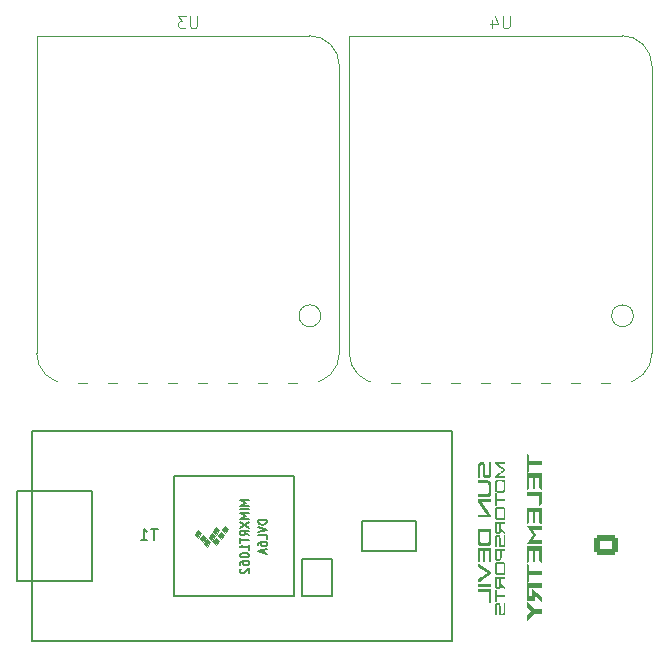
<source format=gbo>
G04 #@! TF.GenerationSoftware,KiCad,Pcbnew,9.0.0*
G04 #@! TF.CreationDate,2025-04-17T11:42:56-07:00*
G04 #@! TF.ProjectId,Teensy_Telemetry_Compact,5465656e-7379-45f5-9465-6c656d657472,rev?*
G04 #@! TF.SameCoordinates,Original*
G04 #@! TF.FileFunction,Legend,Bot*
G04 #@! TF.FilePolarity,Positive*
%FSLAX46Y46*%
G04 Gerber Fmt 4.6, Leading zero omitted, Abs format (unit mm)*
G04 Created by KiCad (PCBNEW 9.0.0) date 2025-04-17 11:42:56*
%MOMM*%
%LPD*%
G01*
G04 APERTURE LIST*
G04 Aperture macros list*
%AMRoundRect*
0 Rectangle with rounded corners*
0 $1 Rounding radius*
0 $2 $3 $4 $5 $6 $7 $8 $9 X,Y pos of 4 corners*
0 Add a 4 corners polygon primitive as box body*
4,1,4,$2,$3,$4,$5,$6,$7,$8,$9,$2,$3,0*
0 Add four circle primitives for the rounded corners*
1,1,$1+$1,$2,$3*
1,1,$1+$1,$4,$5*
1,1,$1+$1,$6,$7*
1,1,$1+$1,$8,$9*
0 Add four rect primitives between the rounded corners*
20,1,$1+$1,$2,$3,$4,$5,0*
20,1,$1+$1,$4,$5,$6,$7,0*
20,1,$1+$1,$6,$7,$8,$9,0*
20,1,$1+$1,$8,$9,$2,$3,0*%
G04 Aperture macros list end*
%ADD10C,0.150000*%
%ADD11C,0.100000*%
%ADD12C,0.120000*%
%ADD13C,0.000000*%
%ADD14C,3.200000*%
%ADD15C,1.810000*%
%ADD16C,1.200000*%
%ADD17RoundRect,0.250000X0.725000X-0.600000X0.725000X0.600000X-0.725000X0.600000X-0.725000X-0.600000X0*%
%ADD18O,1.950000X1.700000*%
%ADD19C,1.600000*%
G04 APERTURE END LIST*
D10*
G36*
X122192540Y-122056434D02*
G01*
X122192540Y-121585082D01*
X123279000Y-121585082D01*
X123279000Y-121204698D01*
X122192540Y-121204698D01*
X122192540Y-120727869D01*
X122005047Y-120565936D01*
X122005047Y-122218446D01*
X122192540Y-122056434D01*
G37*
G36*
X123091030Y-123554076D02*
G01*
X123278523Y-123717914D01*
X123278523Y-122291078D01*
X122004412Y-122291078D01*
X122004412Y-123721565D01*
X122191826Y-123559553D01*
X122191826Y-122673208D01*
X122548555Y-122673208D01*
X122548555Y-123635995D01*
X122736206Y-123635995D01*
X122736206Y-122673208D01*
X123091030Y-122673208D01*
X123091030Y-123554076D01*
G37*
G36*
X123091586Y-125069737D02*
G01*
X123279000Y-124905978D01*
X123279000Y-123830394D01*
X122005047Y-123830394D01*
X122005047Y-124210778D01*
X123091586Y-124210778D01*
X123091586Y-125069737D01*
G37*
G36*
X123091030Y-126440929D02*
G01*
X123278523Y-126604767D01*
X123278523Y-125177930D01*
X122004412Y-125177930D01*
X122004412Y-126608418D01*
X122191826Y-126446406D01*
X122191826Y-125560061D01*
X122548555Y-125560061D01*
X122548555Y-126522848D01*
X122736206Y-126522848D01*
X122736206Y-125560061D01*
X123091030Y-125560061D01*
X123091030Y-126440929D01*
G37*
G36*
X123279000Y-126717247D02*
G01*
X122005047Y-126717247D01*
X122514660Y-127501590D01*
X122005047Y-128286012D01*
X123279000Y-128286012D01*
X123279000Y-127909280D01*
X122549190Y-127909280D01*
X122807647Y-127501590D01*
X122549190Y-127097630D01*
X123279000Y-127097630D01*
X123279000Y-126717247D01*
G37*
G36*
X123091030Y-129693559D02*
G01*
X123278523Y-129857397D01*
X123278523Y-128430561D01*
X122004412Y-128430561D01*
X122004412Y-129861049D01*
X122191826Y-129699037D01*
X122191826Y-128812691D01*
X122548555Y-128812691D01*
X122548555Y-129775478D01*
X122736206Y-129775478D01*
X122736206Y-128812691D01*
X123091030Y-128812691D01*
X123091030Y-129693559D01*
G37*
G36*
X122192540Y-131396475D02*
G01*
X122192540Y-130925123D01*
X123279000Y-130925123D01*
X123279000Y-130544740D01*
X122192540Y-130544740D01*
X122192540Y-130067910D01*
X122005047Y-129905977D01*
X122005047Y-131558488D01*
X122192540Y-131396475D01*
G37*
G36*
X123279238Y-133174008D02*
G01*
X123279238Y-132724485D01*
X122496641Y-132038333D01*
X122496641Y-132682573D01*
X122192778Y-132682573D01*
X122192778Y-131980069D01*
X123279238Y-131980069D01*
X123279238Y-131594288D01*
X122005285Y-131594288D01*
X122005285Y-133057559D01*
X122684134Y-133057559D01*
X122684134Y-132653520D01*
X123279238Y-133174008D01*
G37*
G36*
X123279000Y-133770778D02*
G01*
X123279000Y-134152988D01*
X122678419Y-134152988D01*
X122005047Y-134749918D01*
X122005047Y-134309444D01*
X122398132Y-133961844D01*
X122005047Y-133614243D01*
X122005047Y-133173849D01*
X122678419Y-133770778D01*
X123279000Y-133770778D01*
G37*
D11*
X94096904Y-83592419D02*
X94096904Y-84401942D01*
X94096904Y-84401942D02*
X94049285Y-84497180D01*
X94049285Y-84497180D02*
X94001666Y-84544800D01*
X94001666Y-84544800D02*
X93906428Y-84592419D01*
X93906428Y-84592419D02*
X93715952Y-84592419D01*
X93715952Y-84592419D02*
X93620714Y-84544800D01*
X93620714Y-84544800D02*
X93573095Y-84497180D01*
X93573095Y-84497180D02*
X93525476Y-84401942D01*
X93525476Y-84401942D02*
X93525476Y-83592419D01*
X93144523Y-83592419D02*
X92525476Y-83592419D01*
X92525476Y-83592419D02*
X92858809Y-83973371D01*
X92858809Y-83973371D02*
X92715952Y-83973371D01*
X92715952Y-83973371D02*
X92620714Y-84020990D01*
X92620714Y-84020990D02*
X92573095Y-84068609D01*
X92573095Y-84068609D02*
X92525476Y-84163847D01*
X92525476Y-84163847D02*
X92525476Y-84401942D01*
X92525476Y-84401942D02*
X92573095Y-84497180D01*
X92573095Y-84497180D02*
X92620714Y-84544800D01*
X92620714Y-84544800D02*
X92715952Y-84592419D01*
X92715952Y-84592419D02*
X93001666Y-84592419D01*
X93001666Y-84592419D02*
X93096904Y-84544800D01*
X93096904Y-84544800D02*
X93144523Y-84497180D01*
D10*
X90761904Y-126954819D02*
X90190476Y-126954819D01*
X90476190Y-127954819D02*
X90476190Y-126954819D01*
X89333333Y-127954819D02*
X89904761Y-127954819D01*
X89619047Y-127954819D02*
X89619047Y-126954819D01*
X89619047Y-126954819D02*
X89714285Y-127097676D01*
X89714285Y-127097676D02*
X89809523Y-127192914D01*
X89809523Y-127192914D02*
X89904761Y-127240533D01*
X98460033Y-124536666D02*
X97760033Y-124536666D01*
X97760033Y-124536666D02*
X98260033Y-124770000D01*
X98260033Y-124770000D02*
X97760033Y-125003333D01*
X97760033Y-125003333D02*
X98460033Y-125003333D01*
X98460033Y-125336666D02*
X97760033Y-125336666D01*
X98460033Y-125669999D02*
X97760033Y-125669999D01*
X97760033Y-125669999D02*
X98260033Y-125903333D01*
X98260033Y-125903333D02*
X97760033Y-126136666D01*
X97760033Y-126136666D02*
X98460033Y-126136666D01*
X97760033Y-126403333D02*
X98460033Y-126869999D01*
X97760033Y-126869999D02*
X98460033Y-126403333D01*
X98460033Y-127536666D02*
X98126700Y-127303333D01*
X98460033Y-127136666D02*
X97760033Y-127136666D01*
X97760033Y-127136666D02*
X97760033Y-127403333D01*
X97760033Y-127403333D02*
X97793366Y-127470000D01*
X97793366Y-127470000D02*
X97826700Y-127503333D01*
X97826700Y-127503333D02*
X97893366Y-127536666D01*
X97893366Y-127536666D02*
X97993366Y-127536666D01*
X97993366Y-127536666D02*
X98060033Y-127503333D01*
X98060033Y-127503333D02*
X98093366Y-127470000D01*
X98093366Y-127470000D02*
X98126700Y-127403333D01*
X98126700Y-127403333D02*
X98126700Y-127136666D01*
X97760033Y-127736666D02*
X97760033Y-128136666D01*
X98460033Y-127936666D02*
X97760033Y-127936666D01*
X98460033Y-128736666D02*
X98460033Y-128336666D01*
X98460033Y-128536666D02*
X97760033Y-128536666D01*
X97760033Y-128536666D02*
X97860033Y-128469999D01*
X97860033Y-128469999D02*
X97926700Y-128403333D01*
X97926700Y-128403333D02*
X97960033Y-128336666D01*
X97760033Y-129170000D02*
X97760033Y-129236666D01*
X97760033Y-129236666D02*
X97793366Y-129303333D01*
X97793366Y-129303333D02*
X97826700Y-129336666D01*
X97826700Y-129336666D02*
X97893366Y-129370000D01*
X97893366Y-129370000D02*
X98026700Y-129403333D01*
X98026700Y-129403333D02*
X98193366Y-129403333D01*
X98193366Y-129403333D02*
X98326700Y-129370000D01*
X98326700Y-129370000D02*
X98393366Y-129336666D01*
X98393366Y-129336666D02*
X98426700Y-129303333D01*
X98426700Y-129303333D02*
X98460033Y-129236666D01*
X98460033Y-129236666D02*
X98460033Y-129170000D01*
X98460033Y-129170000D02*
X98426700Y-129103333D01*
X98426700Y-129103333D02*
X98393366Y-129070000D01*
X98393366Y-129070000D02*
X98326700Y-129036666D01*
X98326700Y-129036666D02*
X98193366Y-129003333D01*
X98193366Y-129003333D02*
X98026700Y-129003333D01*
X98026700Y-129003333D02*
X97893366Y-129036666D01*
X97893366Y-129036666D02*
X97826700Y-129070000D01*
X97826700Y-129070000D02*
X97793366Y-129103333D01*
X97793366Y-129103333D02*
X97760033Y-129170000D01*
X97760033Y-130003333D02*
X97760033Y-129870000D01*
X97760033Y-129870000D02*
X97793366Y-129803333D01*
X97793366Y-129803333D02*
X97826700Y-129770000D01*
X97826700Y-129770000D02*
X97926700Y-129703333D01*
X97926700Y-129703333D02*
X98060033Y-129670000D01*
X98060033Y-129670000D02*
X98326700Y-129670000D01*
X98326700Y-129670000D02*
X98393366Y-129703333D01*
X98393366Y-129703333D02*
X98426700Y-129736667D01*
X98426700Y-129736667D02*
X98460033Y-129803333D01*
X98460033Y-129803333D02*
X98460033Y-129936667D01*
X98460033Y-129936667D02*
X98426700Y-130003333D01*
X98426700Y-130003333D02*
X98393366Y-130036667D01*
X98393366Y-130036667D02*
X98326700Y-130070000D01*
X98326700Y-130070000D02*
X98160033Y-130070000D01*
X98160033Y-130070000D02*
X98093366Y-130036667D01*
X98093366Y-130036667D02*
X98060033Y-130003333D01*
X98060033Y-130003333D02*
X98026700Y-129936667D01*
X98026700Y-129936667D02*
X98026700Y-129803333D01*
X98026700Y-129803333D02*
X98060033Y-129736667D01*
X98060033Y-129736667D02*
X98093366Y-129703333D01*
X98093366Y-129703333D02*
X98160033Y-129670000D01*
X97826700Y-130336667D02*
X97793366Y-130370000D01*
X97793366Y-130370000D02*
X97760033Y-130436667D01*
X97760033Y-130436667D02*
X97760033Y-130603334D01*
X97760033Y-130603334D02*
X97793366Y-130670000D01*
X97793366Y-130670000D02*
X97826700Y-130703334D01*
X97826700Y-130703334D02*
X97893366Y-130736667D01*
X97893366Y-130736667D02*
X97960033Y-130736667D01*
X97960033Y-130736667D02*
X98060033Y-130703334D01*
X98060033Y-130703334D02*
X98460033Y-130303334D01*
X98460033Y-130303334D02*
X98460033Y-130736667D01*
X99984033Y-126219999D02*
X99284033Y-126219999D01*
X99284033Y-126219999D02*
X99284033Y-126386666D01*
X99284033Y-126386666D02*
X99317366Y-126486666D01*
X99317366Y-126486666D02*
X99384033Y-126553333D01*
X99384033Y-126553333D02*
X99450700Y-126586666D01*
X99450700Y-126586666D02*
X99584033Y-126619999D01*
X99584033Y-126619999D02*
X99684033Y-126619999D01*
X99684033Y-126619999D02*
X99817366Y-126586666D01*
X99817366Y-126586666D02*
X99884033Y-126553333D01*
X99884033Y-126553333D02*
X99950700Y-126486666D01*
X99950700Y-126486666D02*
X99984033Y-126386666D01*
X99984033Y-126386666D02*
X99984033Y-126219999D01*
X99284033Y-126819999D02*
X99984033Y-127053333D01*
X99984033Y-127053333D02*
X99284033Y-127286666D01*
X99984033Y-127853333D02*
X99984033Y-127519999D01*
X99984033Y-127519999D02*
X99284033Y-127519999D01*
X99284033Y-128386666D02*
X99284033Y-128253333D01*
X99284033Y-128253333D02*
X99317366Y-128186666D01*
X99317366Y-128186666D02*
X99350700Y-128153333D01*
X99350700Y-128153333D02*
X99450700Y-128086666D01*
X99450700Y-128086666D02*
X99584033Y-128053333D01*
X99584033Y-128053333D02*
X99850700Y-128053333D01*
X99850700Y-128053333D02*
X99917366Y-128086666D01*
X99917366Y-128086666D02*
X99950700Y-128120000D01*
X99950700Y-128120000D02*
X99984033Y-128186666D01*
X99984033Y-128186666D02*
X99984033Y-128320000D01*
X99984033Y-128320000D02*
X99950700Y-128386666D01*
X99950700Y-128386666D02*
X99917366Y-128420000D01*
X99917366Y-128420000D02*
X99850700Y-128453333D01*
X99850700Y-128453333D02*
X99684033Y-128453333D01*
X99684033Y-128453333D02*
X99617366Y-128420000D01*
X99617366Y-128420000D02*
X99584033Y-128386666D01*
X99584033Y-128386666D02*
X99550700Y-128320000D01*
X99550700Y-128320000D02*
X99550700Y-128186666D01*
X99550700Y-128186666D02*
X99584033Y-128120000D01*
X99584033Y-128120000D02*
X99617366Y-128086666D01*
X99617366Y-128086666D02*
X99684033Y-128053333D01*
X99784033Y-128720000D02*
X99784033Y-129053333D01*
X99984033Y-128653333D02*
X99284033Y-128886667D01*
X99284033Y-128886667D02*
X99984033Y-129120000D01*
D11*
X120561904Y-83592419D02*
X120561904Y-84401942D01*
X120561904Y-84401942D02*
X120514285Y-84497180D01*
X120514285Y-84497180D02*
X120466666Y-84544800D01*
X120466666Y-84544800D02*
X120371428Y-84592419D01*
X120371428Y-84592419D02*
X120180952Y-84592419D01*
X120180952Y-84592419D02*
X120085714Y-84544800D01*
X120085714Y-84544800D02*
X120038095Y-84497180D01*
X120038095Y-84497180D02*
X119990476Y-84401942D01*
X119990476Y-84401942D02*
X119990476Y-83592419D01*
X119085714Y-83925752D02*
X119085714Y-84592419D01*
X119323809Y-83544800D02*
X119561904Y-84259085D01*
X119561904Y-84259085D02*
X118942857Y-84259085D01*
D12*
X80525000Y-87760000D02*
X80525000Y-112110000D01*
X80535000Y-85235000D02*
X80525000Y-87760000D01*
X83065000Y-85220000D02*
X80535000Y-85235000D01*
X83065000Y-114650000D02*
X103605000Y-114650000D01*
X103605000Y-85220000D02*
X83065000Y-85220000D01*
X106145000Y-112110000D02*
X106145000Y-87760000D01*
X83065000Y-114650000D02*
G75*
G02*
X80525000Y-112110000I0J2540000D01*
G01*
X103605000Y-85220000D02*
G75*
G02*
X106145000Y-87760000I-1J-2540001D01*
G01*
X106145000Y-112110000D02*
G75*
G02*
X103605000Y-114650000I-2540001J1D01*
G01*
D11*
X104578908Y-108935000D02*
G75*
G02*
X102735000Y-108935000I-921954J0D01*
G01*
X102735000Y-108935000D02*
G75*
G02*
X104578908Y-108935000I921954J0D01*
G01*
D10*
X78840000Y-123810000D02*
X78840000Y-131430000D01*
X78840000Y-131430000D02*
X80110000Y-131430000D01*
X80110000Y-118730000D02*
X80110000Y-136510000D01*
X80110000Y-123810000D02*
X78840000Y-123810000D01*
X80110000Y-136510000D02*
X115670000Y-136510000D01*
X85190000Y-123810000D02*
X80110000Y-123810000D01*
X85190000Y-123810000D02*
X85190000Y-131430000D01*
X85190000Y-131430000D02*
X80110000Y-131430000D01*
X92175000Y-132700000D02*
X92175000Y-122540000D01*
X102335000Y-122540000D02*
X92175000Y-122540000D01*
X102335000Y-122540000D02*
X102335000Y-132700000D01*
X102335000Y-132700000D02*
X92175000Y-132700000D01*
X102970000Y-129525000D02*
X102970000Y-132700000D01*
X102970000Y-132700000D02*
X105510000Y-132700000D01*
X105510000Y-129525000D02*
X102970000Y-129525000D01*
X105510000Y-132700000D02*
X105510000Y-129525000D01*
X108050000Y-126350000D02*
X108050000Y-128890000D01*
X108050000Y-128890000D02*
X112622000Y-128890000D01*
X112622000Y-126350000D02*
X108050000Y-126350000D01*
X112622000Y-128890000D02*
X112622000Y-126350000D01*
X115670000Y-118730000D02*
X80110000Y-118730000D01*
X115670000Y-136510000D02*
X115670000Y-118730000D01*
D11*
X94461000Y-127366000D02*
X94207000Y-127747000D01*
X93953000Y-127493000D01*
X94207000Y-127112000D01*
X94461000Y-127366000D01*
G36*
X94461000Y-127366000D02*
G01*
X94207000Y-127747000D01*
X93953000Y-127493000D01*
X94207000Y-127112000D01*
X94461000Y-127366000D01*
G37*
X94842000Y-127747000D02*
X94588000Y-128128000D01*
X94334000Y-127874000D01*
X94588000Y-127493000D01*
X94842000Y-127747000D01*
G36*
X94842000Y-127747000D02*
G01*
X94588000Y-128128000D01*
X94334000Y-127874000D01*
X94588000Y-127493000D01*
X94842000Y-127747000D01*
G37*
X95223000Y-128128000D02*
X94969000Y-128509000D01*
X94715000Y-128255000D01*
X94969000Y-127874000D01*
X95223000Y-128128000D01*
G36*
X95223000Y-128128000D02*
G01*
X94969000Y-128509000D01*
X94715000Y-128255000D01*
X94969000Y-127874000D01*
X95223000Y-128128000D01*
G37*
X95604000Y-127620000D02*
X95350000Y-128001000D01*
X95096000Y-127747000D01*
X95350000Y-127366000D01*
X95604000Y-127620000D01*
G36*
X95604000Y-127620000D02*
G01*
X95350000Y-128001000D01*
X95096000Y-127747000D01*
X95350000Y-127366000D01*
X95604000Y-127620000D01*
G37*
X95985000Y-127112000D02*
X95731000Y-127493000D01*
X95477000Y-127239000D01*
X95731000Y-126858000D01*
X95985000Y-127112000D01*
G36*
X95985000Y-127112000D02*
G01*
X95731000Y-127493000D01*
X95477000Y-127239000D01*
X95731000Y-126858000D01*
X95985000Y-127112000D01*
G37*
X95985000Y-128001000D02*
X95731000Y-128382000D01*
X95477000Y-128128000D01*
X95731000Y-127747000D01*
X95985000Y-128001000D01*
G36*
X95985000Y-128001000D02*
G01*
X95731000Y-128382000D01*
X95477000Y-128128000D01*
X95731000Y-127747000D01*
X95985000Y-128001000D01*
G37*
X96366000Y-127493000D02*
X96112000Y-127874000D01*
X95858000Y-127620000D01*
X96112000Y-127239000D01*
X96366000Y-127493000D01*
G36*
X96366000Y-127493000D02*
G01*
X96112000Y-127874000D01*
X95858000Y-127620000D01*
X96112000Y-127239000D01*
X96366000Y-127493000D01*
G37*
X96747000Y-126985000D02*
X96493000Y-127366000D01*
X96239000Y-127112000D01*
X96493000Y-126731000D01*
X96747000Y-126985000D01*
G36*
X96747000Y-126985000D02*
G01*
X96493000Y-127366000D01*
X96239000Y-127112000D01*
X96493000Y-126731000D01*
X96747000Y-126985000D01*
G37*
D12*
X106990000Y-87760000D02*
X106990000Y-112110000D01*
X107000000Y-85235000D02*
X106990000Y-87760000D01*
X109530000Y-85220000D02*
X107000000Y-85235000D01*
X109530000Y-114650000D02*
X130070000Y-114650000D01*
X130070000Y-85220000D02*
X109530000Y-85220000D01*
X132610000Y-112110000D02*
X132610000Y-87760000D01*
X109530000Y-114650000D02*
G75*
G02*
X106990000Y-112110000I0J2540000D01*
G01*
X130070000Y-85220000D02*
G75*
G02*
X132610000Y-87760000I-1J-2540001D01*
G01*
X132610000Y-112110000D02*
G75*
G02*
X130070000Y-114650000I-2540001J1D01*
G01*
D11*
X131043908Y-108935000D02*
G75*
G02*
X129200000Y-108935000I-921954J0D01*
G01*
X129200000Y-108935000D02*
G75*
G02*
X131043908Y-108935000I921954J0D01*
G01*
D13*
G36*
X121122026Y-121488797D02*
G01*
X121120885Y-121505165D01*
X121113551Y-121509978D01*
X121110353Y-121504268D01*
X121112277Y-121479048D01*
X121118085Y-121471578D01*
X121122026Y-121488797D01*
G37*
G36*
X118993186Y-131777626D02*
G01*
X118993186Y-131906724D01*
X118436452Y-131906724D01*
X117879717Y-131906724D01*
X117879717Y-131777626D01*
X117879717Y-131648528D01*
X118436452Y-131648528D01*
X118993186Y-131648528D01*
X118993186Y-131777626D01*
G37*
G36*
X118993186Y-132673243D02*
G01*
X118993186Y-133246114D01*
X118888294Y-133246114D01*
X118783402Y-133246114D01*
X118783402Y-132802340D01*
X118783402Y-132358567D01*
X118331560Y-132358567D01*
X117879717Y-132358567D01*
X117879717Y-132229469D01*
X117879717Y-132100371D01*
X118436452Y-132100371D01*
X118993186Y-132100371D01*
X118993186Y-132673243D01*
G37*
G36*
X119461166Y-124209265D02*
G01*
X119461166Y-124435187D01*
X119832322Y-124435187D01*
X120203478Y-124435187D01*
X120203478Y-124515873D01*
X120203478Y-124596559D01*
X119832322Y-124596559D01*
X119461166Y-124596559D01*
X119461166Y-124814412D01*
X119461166Y-125032264D01*
X119396617Y-125032264D01*
X119332068Y-125032264D01*
X119332068Y-124507804D01*
X119332068Y-123983344D01*
X119396617Y-123983344D01*
X119461166Y-123983344D01*
X119461166Y-124209265D01*
G37*
G36*
X119461166Y-132374704D02*
G01*
X119461166Y-132600625D01*
X119832322Y-132600625D01*
X120203478Y-132600625D01*
X120203478Y-132681311D01*
X120203478Y-132761997D01*
X119832322Y-132761997D01*
X119461166Y-132761997D01*
X119461166Y-132979850D01*
X119461166Y-133197703D01*
X119396617Y-133197703D01*
X119332068Y-133197703D01*
X119332068Y-132673243D01*
X119332068Y-132148783D01*
X119396617Y-132148783D01*
X119461166Y-132148783D01*
X119461166Y-132374704D01*
G37*
G36*
X118993186Y-129219875D02*
G01*
X118993186Y-129808884D01*
X118888294Y-129808884D01*
X118783402Y-129808884D01*
X118783402Y-129348973D01*
X118783402Y-128889062D01*
X118646236Y-128889062D01*
X118509069Y-128889062D01*
X118509069Y-129324767D01*
X118509069Y-129760473D01*
X118404177Y-129760473D01*
X118299285Y-129760473D01*
X118299285Y-129324767D01*
X118299285Y-128889062D01*
X118194393Y-128889062D01*
X118089501Y-128889062D01*
X118089501Y-129348973D01*
X118089501Y-129808884D01*
X117984609Y-129808884D01*
X117879717Y-129808884D01*
X117879717Y-129219875D01*
X117879717Y-128630866D01*
X118436452Y-128630866D01*
X118993186Y-128630866D01*
X118993186Y-129219875D01*
G37*
G36*
X118993186Y-124596282D02*
G01*
X118993186Y-124708965D01*
X118591754Y-124713277D01*
X118190323Y-124717588D01*
X118591754Y-125294325D01*
X118612090Y-125323549D01*
X118706119Y-125458969D01*
X118783451Y-125571076D01*
X118845687Y-125662431D01*
X118894429Y-125735590D01*
X118931278Y-125793115D01*
X118957835Y-125837564D01*
X118975704Y-125871495D01*
X118986484Y-125897469D01*
X118991777Y-125918044D01*
X118993186Y-125935780D01*
X118993186Y-126000498D01*
X118436452Y-126000498D01*
X117879717Y-126000498D01*
X117879717Y-125887829D01*
X117879717Y-125775161D01*
X118256838Y-125770835D01*
X118633958Y-125766508D01*
X118257681Y-125242048D01*
X117881403Y-124717588D01*
X117880560Y-124600593D01*
X117879717Y-124483598D01*
X118436452Y-124483598D01*
X118993186Y-124483598D01*
X118993186Y-124596282D01*
G37*
G36*
X117925684Y-129899689D02*
G01*
X117926685Y-129900331D01*
X117952648Y-129917328D01*
X118001917Y-129949842D01*
X118071201Y-129995690D01*
X118157207Y-130052691D01*
X118256643Y-130118663D01*
X118366217Y-130191425D01*
X118482639Y-130268795D01*
X118992362Y-130607677D01*
X118992774Y-130704643D01*
X118993186Y-130801608D01*
X118458381Y-131156485D01*
X118422884Y-131180036D01*
X118306915Y-131256926D01*
X118199763Y-131327893D01*
X118104438Y-131390948D01*
X118023954Y-131444102D01*
X117961319Y-131485366D01*
X117919547Y-131512751D01*
X117901647Y-131524267D01*
X117899773Y-131525260D01*
X117889794Y-131523656D01*
X117883660Y-131504257D01*
X117880569Y-131462246D01*
X117879717Y-131392808D01*
X117879717Y-131248445D01*
X118158084Y-131071510D01*
X118248748Y-131013819D01*
X118346533Y-130951474D01*
X118438986Y-130892414D01*
X118518799Y-130841308D01*
X118578666Y-130802823D01*
X118720881Y-130711071D01*
X118304333Y-130439728D01*
X117887786Y-130168385D01*
X117883120Y-130018924D01*
X117878454Y-129869464D01*
X117925684Y-129899689D01*
G37*
G36*
X120203478Y-121401023D02*
G01*
X120203478Y-121481346D01*
X119911809Y-121485744D01*
X119620139Y-121490142D01*
X119911313Y-121699926D01*
X120202487Y-121909710D01*
X120202487Y-121982328D01*
X120202487Y-122054945D01*
X119911313Y-122264729D01*
X119620139Y-122474513D01*
X119911809Y-122478912D01*
X120203478Y-122483310D01*
X120203478Y-122563632D01*
X120203478Y-122643954D01*
X119767773Y-122643954D01*
X119332068Y-122643954D01*
X119332068Y-122572247D01*
X119332068Y-122500539D01*
X119650778Y-122271190D01*
X119711214Y-122227667D01*
X119797685Y-122165279D01*
X119874323Y-122109848D01*
X119937033Y-122064343D01*
X119981721Y-122031732D01*
X120004290Y-122014981D01*
X120012693Y-122007804D01*
X120017708Y-121998858D01*
X120014838Y-121987272D01*
X120001467Y-121970731D01*
X119974981Y-121946916D01*
X119932764Y-121913510D01*
X119872202Y-121868196D01*
X119790679Y-121808656D01*
X119685580Y-121732575D01*
X119332068Y-121477027D01*
X119332068Y-121398864D01*
X119332068Y-121320701D01*
X119767773Y-121320701D01*
X120203478Y-121320701D01*
X120203478Y-121401023D01*
G37*
G36*
X119574126Y-126387791D02*
G01*
X119767773Y-126387791D01*
X120203478Y-126387791D01*
X120203478Y-126468478D01*
X120203478Y-126549164D01*
X120009389Y-126549164D01*
X119815299Y-126549164D01*
X119819776Y-126777485D01*
X119824253Y-127005805D01*
X120013513Y-127104263D01*
X120202773Y-127202722D01*
X120203126Y-127293285D01*
X120203478Y-127383849D01*
X120011465Y-127284255D01*
X119819452Y-127184661D01*
X119801390Y-127244948D01*
X119799626Y-127250366D01*
X119772158Y-127302672D01*
X119733969Y-127346767D01*
X119712455Y-127363296D01*
X119680080Y-127379147D01*
X119638032Y-127386501D01*
X119575065Y-127388300D01*
X119553573Y-127388137D01*
X119494587Y-127384286D01*
X119453965Y-127373487D01*
X119421043Y-127353316D01*
X119402386Y-127337736D01*
X119380748Y-127314696D01*
X119364044Y-127286883D01*
X119351642Y-127250370D01*
X119342912Y-127201229D01*
X119337220Y-127135530D01*
X119333937Y-127049346D01*
X119332430Y-126938749D01*
X119332068Y-126799809D01*
X119332068Y-126549164D01*
X119461166Y-126549164D01*
X119461166Y-126861339D01*
X119461321Y-126951372D01*
X119462160Y-127037617D01*
X119464090Y-127099852D01*
X119467508Y-127142653D01*
X119472812Y-127170598D01*
X119480402Y-127188261D01*
X119490677Y-127200221D01*
X119522995Y-127219018D01*
X119574997Y-127227328D01*
X119625739Y-127217773D01*
X119661966Y-127191062D01*
X119670256Y-127174963D01*
X119677212Y-127147717D01*
X119682037Y-127106352D01*
X119685067Y-127046332D01*
X119686638Y-126963120D01*
X119687087Y-126852181D01*
X119687087Y-126549164D01*
X119574126Y-126549164D01*
X119461166Y-126549164D01*
X119332068Y-126549164D01*
X119332068Y-126387791D01*
X119574126Y-126387791D01*
G37*
G36*
X119574126Y-131051451D02*
G01*
X119767773Y-131051451D01*
X120203478Y-131051451D01*
X120203478Y-131132137D01*
X120203478Y-131212823D01*
X120009389Y-131212823D01*
X119815299Y-131212823D01*
X119819776Y-131441144D01*
X119824253Y-131669465D01*
X120013513Y-131767923D01*
X120202773Y-131866381D01*
X120203126Y-131956945D01*
X120203478Y-132047509D01*
X120011465Y-131947915D01*
X119819452Y-131848320D01*
X119801390Y-131908607D01*
X119799626Y-131914025D01*
X119772158Y-131966332D01*
X119733969Y-132010427D01*
X119712455Y-132026955D01*
X119680080Y-132042806D01*
X119638032Y-132050161D01*
X119575065Y-132051959D01*
X119553573Y-132051796D01*
X119494587Y-132047946D01*
X119453965Y-132037146D01*
X119421043Y-132016975D01*
X119402386Y-132001396D01*
X119380748Y-131978355D01*
X119364044Y-131950543D01*
X119351642Y-131914030D01*
X119342912Y-131864888D01*
X119337220Y-131799190D01*
X119333937Y-131713006D01*
X119332430Y-131602408D01*
X119332068Y-131463469D01*
X119332068Y-131212823D01*
X119461166Y-131212823D01*
X119461166Y-131524998D01*
X119461321Y-131615031D01*
X119462160Y-131701276D01*
X119464090Y-131763511D01*
X119467508Y-131806313D01*
X119472812Y-131834257D01*
X119480402Y-131851921D01*
X119490677Y-131863880D01*
X119522995Y-131882678D01*
X119574997Y-131890988D01*
X119625739Y-131881433D01*
X119661966Y-131854722D01*
X119670256Y-131838623D01*
X119677212Y-131811376D01*
X119682037Y-131770011D01*
X119685067Y-131709991D01*
X119686638Y-131626780D01*
X119687087Y-131515840D01*
X119687087Y-131212823D01*
X119574126Y-131212823D01*
X119461166Y-131212823D01*
X119332068Y-131212823D01*
X119332068Y-131051451D01*
X119574126Y-131051451D01*
G37*
G36*
X119606401Y-128695415D02*
G01*
X119767773Y-128695415D01*
X120203478Y-128695415D01*
X120203478Y-128776102D01*
X120203478Y-128856788D01*
X120042106Y-128856788D01*
X119880734Y-128856788D01*
X119880734Y-129180051D01*
X119880661Y-129228870D01*
X119879460Y-129342962D01*
X119876169Y-129430997D01*
X119869994Y-129497520D01*
X119860140Y-129547078D01*
X119845816Y-129584221D01*
X119826227Y-129613493D01*
X119800581Y-129639443D01*
X119790888Y-129647336D01*
X119767165Y-129659852D01*
X119733456Y-129667266D01*
X119682341Y-129670810D01*
X119606401Y-129671718D01*
X119567575Y-129671546D01*
X119504086Y-129669567D01*
X119461977Y-129664380D01*
X119433828Y-129654749D01*
X119412221Y-129639443D01*
X119400822Y-129628878D01*
X119379835Y-129605285D01*
X119363583Y-129577561D01*
X119351468Y-129541687D01*
X119342893Y-129493643D01*
X119337262Y-129429408D01*
X119333979Y-129344963D01*
X119332446Y-129236289D01*
X119332068Y-129099364D01*
X119332068Y-128856788D01*
X119461166Y-128856788D01*
X119461166Y-129155326D01*
X119461326Y-129248147D01*
X119462184Y-129330027D01*
X119464213Y-129388598D01*
X119467883Y-129428677D01*
X119473665Y-129455082D01*
X119482027Y-129472630D01*
X119493440Y-129486140D01*
X119505173Y-129496213D01*
X119545385Y-129513347D01*
X119606401Y-129518414D01*
X119632248Y-129517751D01*
X119684314Y-129508519D01*
X119719361Y-129486140D01*
X119729379Y-129474644D01*
X119738138Y-129457947D01*
X119744251Y-129433064D01*
X119748187Y-129395178D01*
X119750416Y-129339472D01*
X119751409Y-129261127D01*
X119751636Y-129155326D01*
X119751636Y-128856788D01*
X119606401Y-128856788D01*
X119461166Y-128856788D01*
X119332068Y-128856788D01*
X119332068Y-128695415D01*
X119606401Y-128695415D01*
G37*
G36*
X118473100Y-122870160D02*
G01*
X118589423Y-122871362D01*
X118680888Y-122873978D01*
X118751250Y-122878501D01*
X118804260Y-122885425D01*
X118843672Y-122895246D01*
X118873239Y-122908456D01*
X118896714Y-122925551D01*
X118917850Y-122947025D01*
X118924973Y-122956149D01*
X118949133Y-122998906D01*
X118969659Y-123050109D01*
X118975242Y-123072623D01*
X118980743Y-123111554D01*
X118984775Y-123165836D01*
X118987453Y-123238852D01*
X118988892Y-123333982D01*
X118989208Y-123454611D01*
X118988515Y-123604119D01*
X118987743Y-123705572D01*
X118986513Y-123824044D01*
X118984893Y-123916855D01*
X118982630Y-123987879D01*
X118979472Y-124040988D01*
X118975166Y-124080056D01*
X118969461Y-124108956D01*
X118962104Y-124131561D01*
X118952843Y-124151744D01*
X118946415Y-124163504D01*
X118912007Y-124212077D01*
X118875040Y-124248567D01*
X118862348Y-124257064D01*
X118845738Y-124264918D01*
X118823294Y-124271030D01*
X118791241Y-124275678D01*
X118745800Y-124279137D01*
X118683194Y-124281683D01*
X118599646Y-124283592D01*
X118491379Y-124285141D01*
X118354615Y-124286606D01*
X117879717Y-124291329D01*
X117879717Y-124161542D01*
X117879717Y-124031756D01*
X118312195Y-124031756D01*
X118451359Y-124031320D01*
X118564499Y-124029901D01*
X118649998Y-124027399D01*
X118710194Y-124023713D01*
X118747427Y-124018744D01*
X118764037Y-124012391D01*
X118764467Y-124011895D01*
X118770683Y-123987950D01*
X118775761Y-123937435D01*
X118779703Y-123865698D01*
X118782509Y-123778087D01*
X118784178Y-123679949D01*
X118784710Y-123576631D01*
X118784106Y-123473483D01*
X118782366Y-123375850D01*
X118779488Y-123289082D01*
X118775475Y-123218525D01*
X118770324Y-123169527D01*
X118764037Y-123147436D01*
X118748083Y-123141224D01*
X118711393Y-123136222D01*
X118651799Y-123132505D01*
X118566961Y-123129975D01*
X118454539Y-123128530D01*
X118312195Y-123128071D01*
X117879717Y-123128071D01*
X117879717Y-122998973D01*
X117879717Y-122869875D01*
X118332078Y-122869875D01*
X118473100Y-122870160D01*
G37*
G36*
X118436452Y-126968732D02*
G01*
X118993186Y-126968732D01*
X118993186Y-127548878D01*
X118993173Y-127592455D01*
X118992735Y-127756900D01*
X118991429Y-127893051D01*
X118988921Y-128004126D01*
X118984872Y-128093337D01*
X118978946Y-128163902D01*
X118970808Y-128219034D01*
X118960119Y-128261948D01*
X118946545Y-128295860D01*
X118929749Y-128323985D01*
X118909393Y-128349538D01*
X118886266Y-128373691D01*
X118857215Y-128396160D01*
X118822102Y-128412815D01*
X118776563Y-128424385D01*
X118716234Y-128431604D01*
X118636752Y-128435202D01*
X118533754Y-128435910D01*
X118402876Y-128434462D01*
X118062693Y-128429151D01*
X118005751Y-128385685D01*
X117994379Y-128376970D01*
X117968097Y-128355599D01*
X117946529Y-128333830D01*
X117929179Y-128308475D01*
X117915553Y-128276347D01*
X117905156Y-128234259D01*
X117897494Y-128179022D01*
X117892071Y-128107449D01*
X117888393Y-128016353D01*
X117885965Y-127902546D01*
X117884292Y-127762841D01*
X117882880Y-127594049D01*
X117880000Y-127226927D01*
X118089501Y-127226927D01*
X118089501Y-127677855D01*
X118089501Y-127690719D01*
X118089573Y-127820328D01*
X118089968Y-127921713D01*
X118090967Y-127998598D01*
X118092852Y-128054705D01*
X118095902Y-128093759D01*
X118100398Y-128119482D01*
X118106620Y-128135599D01*
X118114849Y-128145831D01*
X118125366Y-128153903D01*
X118136807Y-128160321D01*
X118162197Y-128168035D01*
X118201079Y-128173395D01*
X118258148Y-128176768D01*
X118338094Y-128178521D01*
X118445610Y-128179024D01*
X118494555Y-128178975D01*
X118585474Y-128178342D01*
X118651063Y-128176608D01*
X118696150Y-128173316D01*
X118725565Y-128168009D01*
X118744137Y-128160227D01*
X118756695Y-128149513D01*
X118763957Y-128138980D01*
X118770363Y-128121132D01*
X118775213Y-128093241D01*
X118778716Y-128051601D01*
X118781078Y-127992509D01*
X118782508Y-127912259D01*
X118783213Y-127807146D01*
X118783402Y-127673465D01*
X118783402Y-127226927D01*
X118436452Y-127226927D01*
X118089501Y-127226927D01*
X117880000Y-127226927D01*
X117877974Y-126968732D01*
X118435580Y-126968732D01*
X118436452Y-126968732D01*
G37*
G36*
X119656984Y-127510605D02*
G01*
X119711072Y-127536244D01*
X119724975Y-127547723D01*
X119750110Y-127573785D01*
X119768992Y-127605060D01*
X119782491Y-127646057D01*
X119791476Y-127701283D01*
X119796818Y-127775245D01*
X119799385Y-127872450D01*
X119800048Y-127997406D01*
X119800073Y-128045117D01*
X119800819Y-128156548D01*
X119803599Y-128240855D01*
X119809739Y-128301817D01*
X119820564Y-128343217D01*
X119837399Y-128368835D01*
X119861569Y-128382452D01*
X119894399Y-128387849D01*
X119937214Y-128388808D01*
X119953973Y-128388781D01*
X119989938Y-128387355D01*
X120017917Y-128381230D01*
X120038913Y-128366959D01*
X120053928Y-128341095D01*
X120063964Y-128300191D01*
X120070025Y-128240800D01*
X120073113Y-128159475D01*
X120074231Y-128052770D01*
X120074381Y-127917238D01*
X120074381Y-127517398D01*
X120138929Y-127517398D01*
X120203478Y-127517398D01*
X120203478Y-127945552D01*
X120203214Y-128075185D01*
X120201948Y-128190510D01*
X120199077Y-128280906D01*
X120194000Y-128350220D01*
X120186117Y-128402299D01*
X120174827Y-128440989D01*
X120159528Y-128470137D01*
X120139621Y-128493591D01*
X120114503Y-128515196D01*
X120087812Y-128532557D01*
X120054706Y-128543540D01*
X120007529Y-128548819D01*
X119937214Y-128550180D01*
X119869759Y-128548963D01*
X119821650Y-128543921D01*
X119788061Y-128533262D01*
X119759925Y-128515196D01*
X119746023Y-128503717D01*
X119720888Y-128477656D01*
X119702006Y-128446380D01*
X119688506Y-128405383D01*
X119679521Y-128350158D01*
X119674179Y-128276196D01*
X119671612Y-128178991D01*
X119670950Y-128054035D01*
X119670946Y-128040669D01*
X119670444Y-127929842D01*
X119668884Y-127846413D01*
X119665953Y-127785972D01*
X119661342Y-127744111D01*
X119654738Y-127716422D01*
X119645829Y-127698498D01*
X119631554Y-127683499D01*
X119587074Y-127664543D01*
X119535771Y-127666233D01*
X119490677Y-127689340D01*
X119483302Y-127697280D01*
X119475734Y-127711485D01*
X119470105Y-127733861D01*
X119466134Y-127768426D01*
X119463536Y-127819196D01*
X119462031Y-127890188D01*
X119461335Y-127985420D01*
X119461166Y-128108908D01*
X119461166Y-128501769D01*
X119396617Y-128501769D01*
X119332068Y-128501769D01*
X119332068Y-128089751D01*
X119332234Y-127988228D01*
X119333342Y-127869771D01*
X119336042Y-127776873D01*
X119340966Y-127705606D01*
X119348745Y-127652042D01*
X119360011Y-127612252D01*
X119375395Y-127582308D01*
X119395529Y-127558281D01*
X119421043Y-127536244D01*
X119448276Y-127520247D01*
X119512908Y-127502606D01*
X119586703Y-127499392D01*
X119656984Y-127510605D01*
G37*
G36*
X119630228Y-133265156D02*
G01*
X119675251Y-133275897D01*
X119711072Y-133297235D01*
X119724975Y-133308715D01*
X119750110Y-133334776D01*
X119768992Y-133366051D01*
X119782491Y-133407048D01*
X119791476Y-133462274D01*
X119796818Y-133536236D01*
X119799385Y-133633441D01*
X119800048Y-133758397D01*
X119800073Y-133806108D01*
X119800819Y-133917540D01*
X119803599Y-134001846D01*
X119809739Y-134062808D01*
X119820564Y-134104208D01*
X119837399Y-134129826D01*
X119861569Y-134143443D01*
X119894399Y-134148840D01*
X119937214Y-134149799D01*
X119953973Y-134149772D01*
X119989938Y-134148346D01*
X120017917Y-134142221D01*
X120038913Y-134127950D01*
X120053928Y-134102086D01*
X120063964Y-134061182D01*
X120070025Y-134001791D01*
X120073113Y-133920467D01*
X120074231Y-133813761D01*
X120074381Y-133678229D01*
X120074381Y-133278389D01*
X120138929Y-133278389D01*
X120203478Y-133278389D01*
X120203478Y-133706544D01*
X120203214Y-133836176D01*
X120201948Y-133951501D01*
X120199077Y-134041897D01*
X120194000Y-134111211D01*
X120186117Y-134163290D01*
X120174827Y-134201980D01*
X120159528Y-134231128D01*
X120139621Y-134254582D01*
X120114503Y-134276188D01*
X120087812Y-134293548D01*
X120054706Y-134304532D01*
X120007529Y-134309810D01*
X119937214Y-134311171D01*
X119869759Y-134309954D01*
X119821650Y-134304912D01*
X119788061Y-134294253D01*
X119759925Y-134276188D01*
X119746023Y-134264708D01*
X119720888Y-134238647D01*
X119702006Y-134207372D01*
X119688506Y-134166375D01*
X119679521Y-134111149D01*
X119674179Y-134037187D01*
X119671612Y-133939982D01*
X119670950Y-133815026D01*
X119670946Y-133801660D01*
X119670444Y-133690833D01*
X119668884Y-133607404D01*
X119665953Y-133546963D01*
X119661342Y-133505102D01*
X119654738Y-133477413D01*
X119645829Y-133459489D01*
X119631554Y-133444490D01*
X119587074Y-133425534D01*
X119535771Y-133427224D01*
X119490677Y-133450331D01*
X119483302Y-133458271D01*
X119475734Y-133472476D01*
X119470105Y-133494852D01*
X119466134Y-133529417D01*
X119463536Y-133580187D01*
X119462031Y-133651179D01*
X119461335Y-133746411D01*
X119461166Y-133869899D01*
X119461166Y-134262760D01*
X119396617Y-134262760D01*
X119332068Y-134262760D01*
X119332068Y-133850742D01*
X119332234Y-133749219D01*
X119333342Y-133630762D01*
X119336042Y-133537864D01*
X119340966Y-133466597D01*
X119348745Y-133413033D01*
X119360011Y-133373243D01*
X119375395Y-133343299D01*
X119395529Y-133319272D01*
X119421043Y-133297235D01*
X119456143Y-133276191D01*
X119500888Y-133265276D01*
X119566058Y-133262251D01*
X119630228Y-133265156D01*
G37*
G36*
X119772152Y-122805327D02*
G01*
X119877503Y-122805545D01*
X119955739Y-122806519D01*
X120011839Y-122808749D01*
X120050781Y-122812736D01*
X120077544Y-122818984D01*
X120097106Y-122827994D01*
X120114447Y-122840267D01*
X120151579Y-122878791D01*
X120180541Y-122924987D01*
X120185778Y-122941233D01*
X120192166Y-122979460D01*
X120196901Y-123037091D01*
X120200149Y-123117340D01*
X120202076Y-123223420D01*
X120202847Y-123358545D01*
X120203016Y-123432596D01*
X120202735Y-123566359D01*
X120199525Y-123672544D01*
X120190879Y-123754331D01*
X120174294Y-123814898D01*
X120147264Y-123857425D01*
X120107284Y-123885091D01*
X120051850Y-123901076D01*
X119978457Y-123908557D01*
X119884600Y-123910714D01*
X119767773Y-123910727D01*
X119713781Y-123910779D01*
X119607065Y-123910203D01*
X119522334Y-123906065D01*
X119457057Y-123895177D01*
X119408701Y-123874350D01*
X119374733Y-123840395D01*
X119352620Y-123790121D01*
X119339829Y-123720340D01*
X119333829Y-123627862D01*
X119332086Y-123509499D01*
X119332086Y-123507680D01*
X119460824Y-123507680D01*
X119462432Y-123596586D01*
X119468814Y-123661571D01*
X119482836Y-123706355D01*
X119507361Y-123734657D01*
X119545252Y-123750196D01*
X119599376Y-123756690D01*
X119672595Y-123757860D01*
X119767773Y-123757423D01*
X119772031Y-123757423D01*
X119865216Y-123757048D01*
X119931825Y-123755531D01*
X119977338Y-123752227D01*
X120007235Y-123746492D01*
X120026998Y-123737681D01*
X120042106Y-123725149D01*
X120046328Y-123720742D01*
X120056127Y-123707216D01*
X120063340Y-123688329D01*
X120068362Y-123659596D01*
X120071584Y-123616532D01*
X120073399Y-123554650D01*
X120074201Y-123469466D01*
X120074381Y-123356493D01*
X120074378Y-123342480D01*
X120074100Y-123232326D01*
X120073104Y-123149576D01*
X120071032Y-123089845D01*
X120067530Y-123048748D01*
X120062239Y-123021899D01*
X120054805Y-123004913D01*
X120044870Y-122993406D01*
X120036783Y-122987266D01*
X120016270Y-122978561D01*
X119983946Y-122972639D01*
X119934696Y-122969014D01*
X119863408Y-122967196D01*
X119764969Y-122966699D01*
X119672059Y-122967037D01*
X119601428Y-122968468D01*
X119552894Y-122971547D01*
X119521259Y-122976828D01*
X119501318Y-122984864D01*
X119487873Y-122996210D01*
X119481655Y-123004578D01*
X119474060Y-123022935D01*
X119468564Y-123051792D01*
X119464847Y-123095502D01*
X119462588Y-123158420D01*
X119461468Y-123244901D01*
X119461166Y-123359297D01*
X119461127Y-123391135D01*
X119460824Y-123507680D01*
X119332086Y-123507680D01*
X119332068Y-123362061D01*
X119332058Y-123304421D01*
X119332691Y-123166793D01*
X119336249Y-123057113D01*
X119345215Y-122972209D01*
X119362068Y-122908912D01*
X119389290Y-122864051D01*
X119429362Y-122834456D01*
X119484765Y-122816956D01*
X119557981Y-122808382D01*
X119651490Y-122805562D01*
X119764969Y-122805332D01*
X119767773Y-122805326D01*
X119772152Y-122805327D01*
G37*
G36*
X119877503Y-125113169D02*
G01*
X119955739Y-125114143D01*
X120011839Y-125116372D01*
X120050781Y-125120360D01*
X120077544Y-125126608D01*
X120097106Y-125135618D01*
X120114447Y-125147890D01*
X120151579Y-125186415D01*
X120180541Y-125232611D01*
X120185778Y-125248857D01*
X120192166Y-125287084D01*
X120196901Y-125344715D01*
X120200149Y-125424964D01*
X120202076Y-125531043D01*
X120202847Y-125666169D01*
X120203016Y-125740220D01*
X120202735Y-125873983D01*
X120199525Y-125980168D01*
X120190879Y-126061955D01*
X120174294Y-126122522D01*
X120147264Y-126165049D01*
X120107284Y-126192715D01*
X120051850Y-126208699D01*
X119978457Y-126216181D01*
X119884600Y-126218338D01*
X119767773Y-126218351D01*
X119713781Y-126218403D01*
X119607065Y-126217826D01*
X119522334Y-126213689D01*
X119457057Y-126202801D01*
X119408701Y-126181974D01*
X119374733Y-126148018D01*
X119352620Y-126097745D01*
X119339829Y-126027964D01*
X119333829Y-125935486D01*
X119332086Y-125817123D01*
X119332086Y-125815304D01*
X119460824Y-125815304D01*
X119462432Y-125904210D01*
X119468814Y-125969195D01*
X119482836Y-126013979D01*
X119507361Y-126042281D01*
X119545252Y-126057820D01*
X119599376Y-126064314D01*
X119672595Y-126065484D01*
X119767773Y-126065047D01*
X119772031Y-126065047D01*
X119865216Y-126064672D01*
X119931825Y-126063155D01*
X119977338Y-126059851D01*
X120007235Y-126054116D01*
X120026998Y-126045305D01*
X120042106Y-126032772D01*
X120046328Y-126028366D01*
X120056127Y-126014840D01*
X120063340Y-125995953D01*
X120068362Y-125967220D01*
X120071584Y-125924155D01*
X120073399Y-125862274D01*
X120074201Y-125777090D01*
X120074381Y-125664117D01*
X120074378Y-125650104D01*
X120074100Y-125539950D01*
X120073104Y-125457200D01*
X120071032Y-125397469D01*
X120067530Y-125356371D01*
X120062239Y-125329522D01*
X120054805Y-125312537D01*
X120044870Y-125301030D01*
X120036783Y-125294890D01*
X120016270Y-125286185D01*
X119983946Y-125280263D01*
X119934696Y-125276638D01*
X119863408Y-125274820D01*
X119764969Y-125274323D01*
X119672059Y-125274661D01*
X119601428Y-125276092D01*
X119552894Y-125279171D01*
X119521259Y-125284452D01*
X119501318Y-125292488D01*
X119487873Y-125303833D01*
X119481655Y-125312202D01*
X119474060Y-125330559D01*
X119468564Y-125359416D01*
X119464847Y-125403126D01*
X119462588Y-125466044D01*
X119461468Y-125552525D01*
X119461166Y-125666921D01*
X119461127Y-125698759D01*
X119460824Y-125815304D01*
X119332086Y-125815304D01*
X119332068Y-125669685D01*
X119332058Y-125612045D01*
X119332691Y-125474417D01*
X119336249Y-125364737D01*
X119345215Y-125279833D01*
X119362068Y-125216536D01*
X119389290Y-125171675D01*
X119429362Y-125142080D01*
X119484765Y-125124580D01*
X119557981Y-125116006D01*
X119651490Y-125113186D01*
X119764969Y-125112956D01*
X119767773Y-125112950D01*
X119772152Y-125112950D01*
X119877503Y-125113169D01*
G37*
G36*
X119877503Y-129792966D02*
G01*
X119955739Y-129793939D01*
X120011839Y-129796169D01*
X120050781Y-129800157D01*
X120077544Y-129806405D01*
X120097106Y-129815414D01*
X120114447Y-129827687D01*
X120151579Y-129866212D01*
X120180541Y-129912408D01*
X120185778Y-129928654D01*
X120192166Y-129966881D01*
X120196901Y-130024512D01*
X120200149Y-130104760D01*
X120202076Y-130210840D01*
X120202847Y-130345965D01*
X120203016Y-130420017D01*
X120202735Y-130553779D01*
X120199525Y-130659965D01*
X120190879Y-130741751D01*
X120174294Y-130802319D01*
X120147264Y-130844846D01*
X120107284Y-130872512D01*
X120051850Y-130888496D01*
X119978457Y-130895977D01*
X119884600Y-130898135D01*
X119767773Y-130898147D01*
X119713781Y-130898200D01*
X119607065Y-130897623D01*
X119522334Y-130893486D01*
X119457057Y-130882598D01*
X119408701Y-130861771D01*
X119374733Y-130827815D01*
X119352620Y-130777541D01*
X119339829Y-130707760D01*
X119333829Y-130615283D01*
X119332086Y-130496920D01*
X119332086Y-130495100D01*
X119460824Y-130495100D01*
X119462432Y-130584006D01*
X119468814Y-130648992D01*
X119482836Y-130693776D01*
X119507361Y-130722078D01*
X119545252Y-130737616D01*
X119599376Y-130744111D01*
X119672595Y-130745280D01*
X119767773Y-130744844D01*
X119772031Y-130744843D01*
X119865216Y-130744468D01*
X119931825Y-130742951D01*
X119977338Y-130739648D01*
X120007235Y-130733913D01*
X120026998Y-130725101D01*
X120042106Y-130712569D01*
X120046328Y-130708162D01*
X120056127Y-130694636D01*
X120063340Y-130675749D01*
X120068362Y-130647017D01*
X120071584Y-130603952D01*
X120073399Y-130542071D01*
X120074201Y-130456886D01*
X120074381Y-130343914D01*
X120074378Y-130329901D01*
X120074100Y-130219747D01*
X120073104Y-130136997D01*
X120071032Y-130077266D01*
X120067530Y-130036168D01*
X120062239Y-130009319D01*
X120054805Y-129992334D01*
X120044870Y-129980826D01*
X120036783Y-129974686D01*
X120016270Y-129965981D01*
X119983946Y-129960060D01*
X119934696Y-129956434D01*
X119863408Y-129954617D01*
X119764969Y-129954119D01*
X119672059Y-129954457D01*
X119601428Y-129955889D01*
X119552894Y-129958968D01*
X119521259Y-129964248D01*
X119501318Y-129972284D01*
X119487873Y-129983630D01*
X119481655Y-129991998D01*
X119474060Y-130010356D01*
X119468564Y-130039213D01*
X119464847Y-130082923D01*
X119462588Y-130145841D01*
X119461468Y-130232321D01*
X119461166Y-130346718D01*
X119461127Y-130378555D01*
X119460824Y-130495100D01*
X119332086Y-130495100D01*
X119332068Y-130349481D01*
X119332058Y-130291842D01*
X119332691Y-130154214D01*
X119336249Y-130044534D01*
X119345215Y-129959630D01*
X119362068Y-129896333D01*
X119389290Y-129851472D01*
X119429362Y-129821877D01*
X119484765Y-129804377D01*
X119557981Y-129795802D01*
X119651490Y-129792982D01*
X119764969Y-129792753D01*
X119767773Y-129792747D01*
X119772152Y-129792747D01*
X119877503Y-129792966D01*
G37*
G36*
X118298400Y-121325996D02*
G01*
X118330685Y-121336688D01*
X118362350Y-121355675D01*
X118367893Y-121359508D01*
X118405839Y-121389064D01*
X118436386Y-121421578D01*
X118460318Y-121460712D01*
X118478421Y-121510128D01*
X118491480Y-121573488D01*
X118500280Y-121654455D01*
X118505606Y-121756690D01*
X118508243Y-121883856D01*
X118508976Y-122039615D01*
X118509090Y-122099111D01*
X118510195Y-122218647D01*
X118512565Y-122309256D01*
X118516317Y-122373280D01*
X118521568Y-122413061D01*
X118528434Y-122430943D01*
X118531210Y-122433094D01*
X118561808Y-122442506D01*
X118611082Y-122448426D01*
X118667724Y-122450381D01*
X118720425Y-122447900D01*
X118757876Y-122440512D01*
X118763333Y-122436771D01*
X118769250Y-122425717D01*
X118773896Y-122404748D01*
X118777420Y-122370669D01*
X118779970Y-122320288D01*
X118781694Y-122250409D01*
X118782742Y-122157838D01*
X118783262Y-122039382D01*
X118783402Y-121891846D01*
X118783402Y-121352976D01*
X118889054Y-121352976D01*
X118994707Y-121352976D01*
X118989912Y-121929882D01*
X118988866Y-122050215D01*
X118987499Y-122180015D01*
X118985926Y-122283704D01*
X118983940Y-122364757D01*
X118981333Y-122426651D01*
X118977898Y-122472863D01*
X118973428Y-122506869D01*
X118967716Y-122532147D01*
X118960554Y-122552172D01*
X118951736Y-122570422D01*
X118931112Y-122606986D01*
X118899787Y-122647935D01*
X118862076Y-122675014D01*
X118811540Y-122690964D01*
X118741740Y-122698523D01*
X118646236Y-122700434D01*
X118579085Y-122699644D01*
X118501516Y-122694251D01*
X118445336Y-122681372D01*
X118404105Y-122658268D01*
X118371385Y-122622198D01*
X118340736Y-122570422D01*
X118337787Y-122564679D01*
X118328389Y-122543279D01*
X118320969Y-122518264D01*
X118315194Y-122485542D01*
X118310730Y-122441017D01*
X118307241Y-122380596D01*
X118304394Y-122300184D01*
X118301853Y-122195688D01*
X118299285Y-122063014D01*
X118299147Y-122055490D01*
X118296525Y-121938823D01*
X118293288Y-121832564D01*
X118289633Y-121741086D01*
X118285762Y-121668763D01*
X118281871Y-121619966D01*
X118278161Y-121599068D01*
X118266750Y-121590406D01*
X118229950Y-121581410D01*
X118182593Y-121579679D01*
X118137843Y-121585275D01*
X118108866Y-121598262D01*
X118105008Y-121605967D01*
X118099926Y-121633556D01*
X118095953Y-121682074D01*
X118093007Y-121753789D01*
X118091004Y-121850969D01*
X118089863Y-121975880D01*
X118089501Y-122130790D01*
X118089501Y-122643954D01*
X117983831Y-122643954D01*
X117878160Y-122643954D01*
X117882973Y-122083185D01*
X117883821Y-121987691D01*
X117885205Y-121855657D01*
X117886775Y-121750194D01*
X117888748Y-121667764D01*
X117891341Y-121604829D01*
X117894769Y-121557852D01*
X117899250Y-121523297D01*
X117904999Y-121497625D01*
X117912233Y-121477299D01*
X117921168Y-121458783D01*
X117936952Y-121430705D01*
X117975564Y-121380828D01*
X118023110Y-121349015D01*
X118087187Y-121331221D01*
X118175393Y-121323400D01*
X118192785Y-121322733D01*
X118255699Y-121321908D01*
X118298400Y-121325996D01*
G37*
%LPC*%
D14*
X82500000Y-96000000D03*
X129500000Y-96000000D03*
D15*
X109640000Y-114900000D03*
X112180000Y-114900000D03*
X114720000Y-114900000D03*
X117260000Y-114900000D03*
X119800000Y-114900000D03*
X122340000Y-114900000D03*
X124880000Y-114900000D03*
X127420000Y-114900000D03*
X129960000Y-114900000D03*
X109640000Y-89500000D03*
X112180000Y-89500000D03*
X114720000Y-89500000D03*
X117260000Y-89500000D03*
X119800000Y-89500000D03*
D16*
X130750000Y-129950000D03*
D17*
X128750000Y-128350000D03*
D18*
X128750000Y-125850000D03*
X128750000Y-123350000D03*
X128750000Y-120850000D03*
D14*
X82500000Y-127000000D03*
X129500000Y-135000000D03*
D15*
X83175000Y-114905000D03*
X85715000Y-114905000D03*
X88255000Y-114905000D03*
X90795000Y-114905000D03*
X93335000Y-114905000D03*
X95875000Y-114905000D03*
X98415000Y-114905000D03*
X100955000Y-114905000D03*
X103495000Y-114905000D03*
X83175000Y-89505000D03*
X85715000Y-89505000D03*
X88255000Y-89505000D03*
X90795000Y-89505000D03*
X93335000Y-89505000D03*
X103495000Y-112000000D03*
X100955000Y-112000000D03*
X98415000Y-112000000D03*
X95875000Y-112000000D03*
X93335000Y-112000000D03*
X90795000Y-112000000D03*
X88255000Y-112000000D03*
X85715000Y-112000000D03*
X83175000Y-112000000D03*
X103495000Y-86600000D03*
X100955000Y-86600000D03*
X98415000Y-86600000D03*
X95875000Y-86600000D03*
X93335000Y-86600000D03*
D19*
X81380000Y-120000000D03*
X83920000Y-120000000D03*
X86460000Y-120000000D03*
X89000000Y-120000000D03*
X91540000Y-120000000D03*
X94080000Y-120000000D03*
X96620000Y-120000000D03*
X99160000Y-120000000D03*
X101700000Y-120000000D03*
X104240000Y-120000000D03*
X106780000Y-120000000D03*
X109320000Y-120000000D03*
X111860000Y-120000000D03*
X114400000Y-120000000D03*
X114400000Y-122540000D03*
X114400000Y-125080000D03*
X114400000Y-127620000D03*
X114400000Y-130160000D03*
X114400000Y-132700000D03*
X114400000Y-135240000D03*
X111860000Y-135240000D03*
X109320000Y-135240000D03*
X106780000Y-135240000D03*
X104240000Y-135240000D03*
X101700000Y-135240000D03*
X99160000Y-135240000D03*
X96620000Y-135240000D03*
X94080000Y-135240000D03*
X91540000Y-135240000D03*
X89000000Y-135240000D03*
X86460000Y-135240000D03*
X83920000Y-135240000D03*
X81380000Y-135240000D03*
X83920000Y-132700000D03*
X109320000Y-132700000D03*
X106780000Y-132700000D03*
X109320000Y-130160000D03*
X106780000Y-130160000D03*
X109320000Y-127620000D03*
X106780000Y-127620000D03*
X109320000Y-125080000D03*
X106780000Y-125080000D03*
X109320000Y-122540000D03*
X106780000Y-122540000D03*
D15*
X129960000Y-112000000D03*
X127420000Y-112000000D03*
X124880000Y-112000000D03*
X122340000Y-112000000D03*
X119800000Y-112000000D03*
X117260000Y-112000000D03*
X114720000Y-112000000D03*
X112180000Y-112000000D03*
X109640000Y-112000000D03*
X129960000Y-86600000D03*
X127420000Y-86600000D03*
X124880000Y-86600000D03*
X122340000Y-86600000D03*
X119800000Y-86600000D03*
%LPD*%
M02*

</source>
